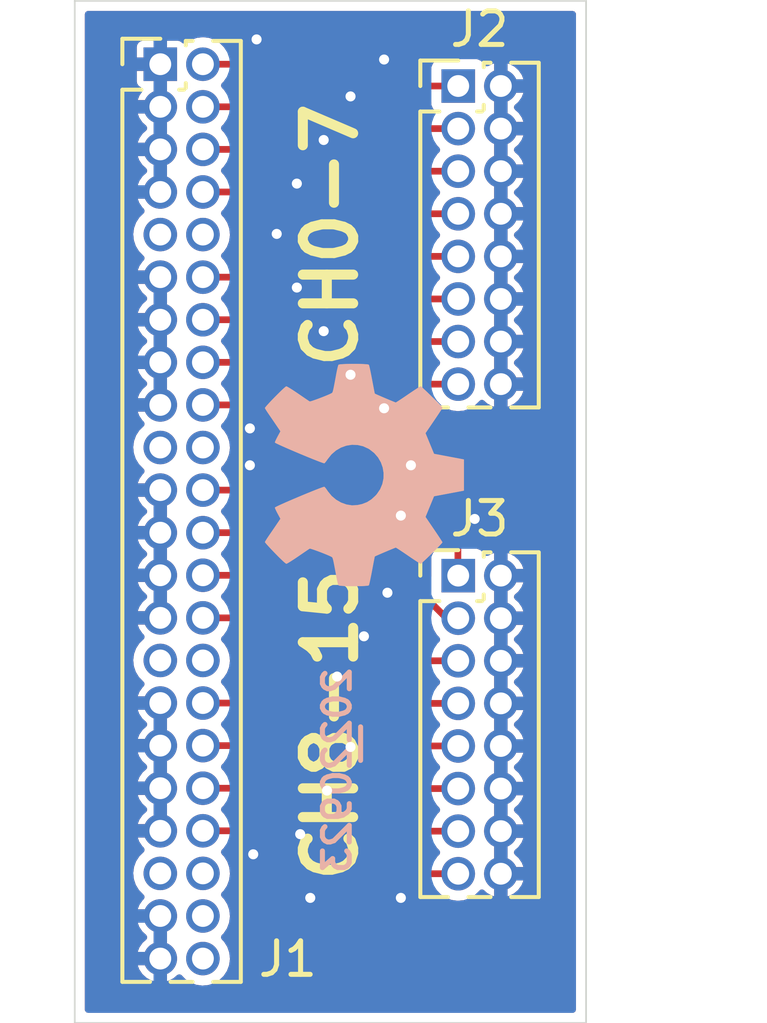
<source format=kicad_pcb>
(kicad_pcb (version 20211014) (generator pcbnew)
  (layers (0 "F.Cu" signal) (31 "B.Cu" signal) (34 "B.Paste" user) (35 "F.Paste" user) (36 "B.SilkS" user "B.Silkscreen") (37 "F.SilkS" user "F.Silkscreen") (38 "B.Mask" user) (39 "F.Mask" user) (44 "Edge.Cuts" user))
  (net 0 "")
  (net 1 "/CH00")
  (net 2 "GND")
  (net 3 "/CH01")
  (net 4 "/CH02")
  (net 5 "/CH03")
  (net 8 "/CH04")
  (net 9 "/CH05")
  (net 10 "/CH06")
  (net 12 "/CH07")
  (net 14 "/CH08")
  (net 15 "/CH09")
  (net 17 "/CH10")
  (net 18 "/CH11")
  (net 20 "/CH12")
  (net 22 "/CH13")
  (net 23 "/CH14")
  (net 24 "/CH15")
  (footprint "Connector_PinHeader_1.27mm:PinHeader_2x22_P1.27mm_Vertical" (layer "F.Cu") (at 160.03 71.74)
    (fp_text reference "J1" (at 3.8 26.685) (layer "F.SilkS"))
    (fp_text value "Conn_02x23_Odd_Even")
    (fp_line (start -1.13 27.365) (end -0.30753 27.365) (layer "F.SilkS") (width 0.12))
    (fp_line (start -1.13 0) (end -1.13 -0.76) (layer "F.SilkS") (width 0.12))
    (fp_line (start 0.563471 0.76) (end 0.706529 0.76) (layer "F.SilkS") (width 0.12))
    (fp_line (start 1.57753 27.365) (end 2.4 27.365) (layer "F.SilkS") (width 0.12))
    (fp_line (start 2.4 -0.695) (end 2.4 27.365) (layer "F.SilkS") (width 0.12))
    (fp_line (start -1.13 0.76) (end -1.13 27.365) (layer "F.SilkS") (width 0.12))
    (fp_line (start 0.30753 27.365) (end 0.96247 27.365) (layer "F.SilkS") (width 0.12))
    (fp_line (start 0.76 -0.695) (end 0.96247 -0.695) (layer "F.SilkS") (width 0.12))
    (fp_line (start -1.13 0.76) (end -0.563471 0.76) (layer "F.SilkS") (width 0.12))
    (fp_line (start -1.13 -0.76) (end 0 -0.76) (layer "F.SilkS") (width 0.12))
    (fp_line (start 0.76 -0.563471) (end 0.76 -0.695) (layer "F.SilkS") (width 0.12))
    (fp_line (start 1.57753 -0.695) (end 2.4 -0.695) (layer "F.SilkS") (width 0.12))
    (fp_line (start 0.76 0.706529) (end 0.76 0.563471) (layer "F.SilkS") (width 0.12))
    (pad "1" thru_hole rect (at 0 0) (size 1 1) (drill 0.65) (layers *.Cu *.Mask) (net 2 "GND"))
    (pad "2" thru_hole oval (at 1.27 0) (size 1 1) (drill 0.65) (layers *.Cu *.Mask) (net 1 "/CH00"))
    (pad "3" thru_hole oval (at 0 1.27) (size 1 1) (drill 0.65) (layers *.Cu *.Mask) (net 2 "GND"))
    (pad "4" thru_hole oval (at 1.27 1.27) (size 1 1) (drill 0.65) (layers *.Cu *.Mask) (net 3 "/CH01"))
    (pad "5" thru_hole oval (at 0 2.54) (size 1 1) (drill 0.65) (layers *.Cu *.Mask) (net 2 "GND"))
    (pad "6" thru_hole oval (at 1.27 2.54) (size 1 1) (drill 0.65) (layers *.Cu *.Mask) (net 4 "/CH02"))
    (pad "7" thru_hole oval (at 0 3.81) (size 1 1) (drill 0.65) (layers *.Cu *.Mask) (net 2 "GND"))
    (pad "8" thru_hole oval (at 1.27 3.81) (size 1 1) (drill 0.65) (layers *.Cu *.Mask) (net 5 "/CH03"))
    (pad "9" thru_hole oval (at 0 5.08) (size 1 1) (drill 0.65) (layers *.Cu *.Mask))
    (pad "10" thru_hole oval (at 1.27 5.08) (size 1 1) (drill 0.65) (layers *.Cu *.Mask))
    (pad "11" thru_hole oval (at 0 6.35) (size 1 1) (drill 0.65) (layers *.Cu *.Mask) (net 2 "GND"))
    (pad "12" thru_hole oval (at 1.27 6.35) (size 1 1) (drill 0.65) (layers *.Cu *.Mask) (net 8 "/CH04"))
    (pad "13" thru_hole oval (at 0 7.62) (size 1 1) (drill 0.65) (layers *.Cu *.Mask) (net 2 "GND"))
    (pad "14" thru_hole oval (at 1.27 7.62) (size 1 1) (drill 0.65) (layers *.Cu *.Mask) (net 9 "/CH05"))
    (pad "15" thru_hole oval (at 0 8.89) (size 1 1) (drill 0.65) (layers *.Cu *.Mask) (net 2 "GND"))
    (pad "16" thru_hole oval (at 1.27 8.89) (size 1 1) (drill 0.65) (layers *.Cu *.Mask) (net 10 "/CH06"))
    (pad "17" thru_hole oval (at 0 10.16) (size 1 1) (drill 0.65) (layers *.Cu *.Mask) (net 2 "GND"))
    (pad "18" thru_hole oval (at 1.27 10.16) (size 1 1) (drill 0.65) (layers *.Cu *.Mask) (net 12 "/CH07"))
    (pad "19" thru_hole oval (at 0 11.43) (size 1 1) (drill 0.65) (layers *.Cu *.Mask))
    (pad "20" thru_hole oval (at 1.27 11.43) (size 1 1) (drill 0.65) (layers *.Cu *.Mask))
    (pad "21" thru_hole oval (at 0 12.7) (size 1 1) (drill 0.65) (layers *.Cu *.Mask) (net 2 "GND"))
    (pad "22" thru_hole oval (at 1.27 12.7) (size 1 1) (drill 0.65) (layers *.Cu *.Mask) (net 14 "/CH08"))
    (pad "23" thru_hole oval (at 0 13.97) (size 1 1) (drill 0.65) (layers *.Cu *.Mask) (net 2 "GND"))
    (pad "24" thru_hole oval (at 1.27 13.97) (size 1 1) (drill 0.65) (layers *.Cu *.Mask) (net 15 "/CH09"))
    (pad "25" thru_hole oval (at 0 15.24) (size 1 1) (drill 0.65) (layers *.Cu *.Mask) (net 2 "GND"))
    (pad "26" thru_hole oval (at 1.27 15.24) (size 1 1) (drill 0.65) (layers *.Cu *.Mask) (net 17 "/CH10"))
    (pad "27" thru_hole oval (at 0 16.51) (size 1 1) (drill 0.65) (layers *.Cu *.Mask) (net 2 "GND"))
    (pad "28" thru_hole oval (at 1.27 16.51) (size 1 1) (drill 0.65) (layers *.Cu *.Mask) (net 18 "/CH11"))
    (pad "29" thru_hole oval (at 0 17.78) (size 1 1) (drill 0.65) (layers *.Cu *.Mask))
    (pad "30" thru_hole oval (at 1.27 17.78) (size 1 1) (drill 0.65) (layers *.Cu *.Mask))
    (pad "31" thru_hole oval (at 0 19.05) (size 1 1) (drill 0.65) (layers *.Cu *.Mask) (net 2 "GND"))
    (pad "32" thru_hole oval (at 1.27 19.05) (size 1 1) (drill 0.65) (layers *.Cu *.Mask) (net 20 "/CH12"))
    (pad "33" thru_hole oval (at 0 20.32) (size 1 1) (drill 0.65) (layers *.Cu *.Mask) (net 2 "GND"))
    (pad "34" thru_hole oval (at 1.27 20.32) (size 1 1) (drill 0.65) (layers *.Cu *.Mask) (net 22 "/CH13"))
    (pad "35" thru_hole oval (at 0 21.59) (size 1 1) (drill 0.65) (layers *.Cu *.Mask) (net 2 "GND"))
    (pad "36" thru_hole oval (at 1.27 21.59) (size 1 1) (drill 0.65) (layers *.Cu *.Mask) (net 23 "/CH14"))
    (pad "37" thru_hole oval (at 0 22.86) (size 1 1) (drill 0.65) (layers *.Cu *.Mask) (net 2 "GND"))
    (pad "38" thru_hole oval (at 1.27 22.86) (size 1 1) (drill 0.65) (layers *.Cu *.Mask) (net 24 "/CH15"))
    (pad "39" thru_hole oval (at 0 24.13) (size 1 1) (drill 0.65) (layers *.Cu *.Mask))
    (pad "40" thru_hole oval (at 1.27 24.13) (size 1 1) (drill 0.65) (layers *.Cu *.Mask))
    (pad "41" thru_hole oval (at 0 25.4) (size 1 1) (drill 0.65) (layers *.Cu *.Mask) (net 2 "GND"))
    (pad "42" thru_hole oval (at 1.27 25.4) (size 1 1) (drill 0.65) (layers *.Cu *.Mask))
    (pad "43" thru_hole oval (at 0 26.67) (size 1 1) (drill 0.65) (layers *.Cu *.Mask) (net 2 "GND"))
    (pad "44" thru_hole oval (at 1.27 26.67) (size 1 1) (drill 0.65) (layers *.Cu *.Mask))
  )
  (footprint "Connector_PinHeader_1.27mm:PinHeader_2x08_P1.27mm_Vertical" (layer "F.Cu") (at 168.91 72.39)
    (fp_text reference "J2" (at 0.635 -1.695) (layer "F.SilkS"))
    (fp_text value "Conn_02x08_Odd_Even")
    (fp_line (start 2.4 -0.695) (end 2.4 9.585) (layer "F.SilkS") (width 0.12))
    (fp_line (start -1.13 0) (end -1.13 -0.76) (layer "F.SilkS") (width 0.12))
    (fp_line (start 0.76 -0.695) (end 0.96247 -0.695) (layer "F.SilkS") (width 0.12))
    (fp_line (start 1.57753 9.585) (end 2.4 9.585) (layer "F.SilkS") (width 0.12))
    (fp_line (start 0.30753 9.585) (end 0.96247 9.585) (layer "F.SilkS") (width 0.12))
    (fp_line (start 0.563471 0.76) (end 0.706529 0.76) (layer "F.SilkS") (width 0.12))
    (fp_line (start -1.13 0.76) (end -0.563471 0.76) (layer "F.SilkS") (width 0.12))
    (fp_line (start -1.13 -0.76) (end 0 -0.76) (layer "F.SilkS") (width 0.12))
    (fp_line (start -1.13 0.76) (end -1.13 9.585) (layer "F.SilkS") (width 0.12))
    (fp_line (start -1.13 9.585) (end -0.30753 9.585) (layer "F.SilkS") (width 0.12))
    (fp_line (start 0.76 -0.563471) (end 0.76 -0.695) (layer "F.SilkS") (width 0.12))
    (fp_line (start 1.57753 -0.695) (end 2.4 -0.695) (layer "F.SilkS") (width 0.12))
    (fp_line (start 0.76 0.706529) (end 0.76 0.563471) (layer "F.SilkS") (width 0.12))
    (pad "1" thru_hole rect (at 0 0) (size 1 1) (drill 0.65) (layers *.Cu *.Mask) (net 1 "/CH00"))
    (pad "2" thru_hole oval (at 1.27 0) (size 1 1) (drill 0.65) (layers *.Cu *.Mask) (net 2 "GND"))
    (pad "3" thru_hole oval (at 0 1.27) (size 1 1) (drill 0.65) (layers *.Cu *.Mask) (net 3 "/CH01"))
    (pad "4" thru_hole oval (at 1.27 1.27) (size 1 1) (drill 0.65) (layers *.Cu *.Mask) (net 2 "GND"))
    (pad "5" thru_hole oval (at 0 2.54) (size 1 1) (drill 0.65) (layers *.Cu *.Mask) (net 4 "/CH02"))
    (pad "6" thru_hole oval (at 1.27 2.54) (size 1 1) (drill 0.65) (layers *.Cu *.Mask) (net 2 "GND"))
    (pad "7" thru_hole oval (at 0 3.81) (size 1 1) (drill 0.65) (layers *.Cu *.Mask) (net 5 "/CH03"))
    (pad "8" thru_hole oval (at 1.27 3.81) (size 1 1) (drill 0.65) (layers *.Cu *.Mask) (net 2 "GND"))
    (pad "9" thru_hole oval (at 0 5.08) (size 1 1) (drill 0.65) (layers *.Cu *.Mask) (net 8 "/CH04"))
    (pad "10" thru_hole oval (at 1.27 5.08) (size 1 1) (drill 0.65) (layers *.Cu *.Mask) (net 2 "GND"))
    (pad "11" thru_hole oval (at 0 6.35) (size 1 1) (drill 0.65) (layers *.Cu *.Mask) (net 9 "/CH05"))
    (pad "12" thru_hole oval (at 1.27 6.35) (size 1 1) (drill 0.65) (layers *.Cu *.Mask) (net 2 "GND"))
    (pad "13" thru_hole oval (at 0 7.62) (size 1 1) (drill 0.65) (layers *.Cu *.Mask) (net 10 "/CH06"))
    (pad "14" thru_hole oval (at 1.27 7.62) (size 1 1) (drill 0.65) (layers *.Cu *.Mask) (net 2 "GND"))
    (pad "15" thru_hole oval (at 0 8.89) (size 1 1) (drill 0.65) (layers *.Cu *.Mask) (net 12 "/CH07"))
    (pad "16" thru_hole oval (at 1.27 8.89) (size 1 1) (drill 0.65) (layers *.Cu *.Mask) (net 2 "GND"))
  )
  (footprint "Connector_PinHeader_1.27mm:PinHeader_2x08_P1.27mm_Vertical" (layer "F.Cu") (at 168.91 86.99)
    (fp_text reference "J3" (at 0.635 -1.695) (layer "F.SilkS"))
    (fp_text value "Conn_02x08_Odd_Even")
    (fp_line (start -1.13 -0.76) (end 0 -0.76) (layer "F.SilkS") (width 0.12))
    (fp_line (start -1.13 0.76) (end -1.13 9.585) (layer "F.SilkS") (width 0.12))
    (fp_line (start 1.57753 9.585) (end 2.4 9.585) (layer "F.SilkS") (width 0.12))
    (fp_line (start -1.13 9.585) (end -0.30753 9.585) (layer "F.SilkS") (width 0.12))
    (fp_line (start 0.76 -0.563471) (end 0.76 -0.695) (layer "F.SilkS") (width 0.12))
    (fp_line (start 0.563471 0.76) (end 0.706529 0.76) (layer "F.SilkS") (width 0.12))
    (fp_line (start 0.76 -0.695) (end 0.96247 -0.695) (layer "F.SilkS") (width 0.12))
    (fp_line (start 0.30753 9.585) (end 0.96247 9.585) (layer "F.SilkS") (width 0.12))
    (fp_line (start -1.13 0.76) (end -0.563471 0.76) (layer "F.SilkS") (width 0.12))
    (fp_line (start 1.57753 -0.695) (end 2.4 -0.695) (layer "F.SilkS") (width 0.12))
    (fp_line (start 2.4 -0.695) (end 2.4 9.585) (layer "F.SilkS") (width 0.12))
    (fp_line (start -1.13 0) (end -1.13 -0.76) (layer "F.SilkS") (width 0.12))
    (fp_line (start 0.76 0.706529) (end 0.76 0.563471) (layer "F.SilkS") (width 0.12))
    (pad "1" thru_hole rect (at 0 0) (size 1 1) (drill 0.65) (layers *.Cu *.Mask) (net 14 "/CH08"))
    (pad "2" thru_hole oval (at 1.27 0) (size 1 1) (drill 0.65) (layers *.Cu *.Mask) (net 2 "GND"))
    (pad "3" thru_hole oval (at 0 1.27) (size 1 1) (drill 0.65) (layers *.Cu *.Mask) (net 15 "/CH09"))
    (pad "4" thru_hole oval (at 1.27 1.27) (size 1 1) (drill 0.65) (layers *.Cu *.Mask) (net 2 "GND"))
    (pad "5" thru_hole oval (at 0 2.54) (size 1 1) (drill 0.65) (layers *.Cu *.Mask) (net 17 "/CH10"))
    (pad "6" thru_hole oval (at 1.27 2.54) (size 1 1) (drill 0.65) (layers *.Cu *.Mask) (net 2 "GND"))
    (pad "7" thru_hole oval (at 0 3.81) (size 1 1) (drill 0.65) (layers *.Cu *.Mask) (net 18 "/CH11"))
    (pad "8" thru_hole oval (at 1.27 3.81) (size 1 1) (drill 0.65) (layers *.Cu *.Mask) (net 2 "GND"))
    (pad "9" thru_hole oval (at 0 5.08) (size 1 1) (drill 0.65) (layers *.Cu *.Mask) (net 20 "/CH12"))
    (pad "10" thru_hole oval (at 1.27 5.08) (size 1 1) (drill 0.65) (layers *.Cu *.Mask) (net 2 "GND"))
    (pad "11" thru_hole oval (at 0 6.35) (size 1 1) (drill 0.65) (layers *.Cu *.Mask) (net 22 "/CH13"))
    (pad "12" thru_hole oval (at 1.27 6.35) (size 1 1) (drill 0.65) (layers *.Cu *.Mask) (net 2 "GND"))
    (pad "13" thru_hole oval (at 0 7.62) (size 1 1) (drill 0.65) (layers *.Cu *.Mask) (net 23 "/CH14"))
    (pad "14" thru_hole oval (at 1.27 7.62) (size 1 1) (drill 0.65) (layers *.Cu *.Mask) (net 2 "GND"))
    (pad "15" thru_hole oval (at 0 8.89) (size 1 1) (drill 0.65) (layers *.Cu *.Mask) (net 24 "/CH15"))
    (pad "16" thru_hole oval (at 1.27 8.89) (size 1 1) (drill 0.65) (layers *.Cu *.Mask) (net 2 "GND"))
  )
  (footprint "SquantorLabels:Label_Generic" (layer "B.Cu") (at 165.4 92 -90)
    (fp_text reference "N1" hide)
    (fp_text value "20220923" (at 0.8 0.1 90) (layer "B.SilkS") (effects (font (size 0.8 0.8)) (justify mirror)))
    (fp_line (start -0.5 -0.6) (end 0.5 -0.6) (layer "B.SilkS") (width 0.15))
  )
  (footprint "Symbol:OSHW-Symbol_6.7x6mm_SilkScreen" (layer "B.Cu") (at 166.1 84 90)
    (fp_text reference "N2" hide)
    (fp_text value "OHWLOGO" hide)
    (fp_poly (pts (xy 0.555814 2.531069) (xy 0.639635 2.086445) (xy 0.94892 1.958947) (xy 1.258206 1.831449) (xy 1.629246 2.083754) (xy 1.733157 2.154004) (xy 1.827087 2.216728) (xy 1.906652 2.269062) (xy 1.96747 2.308143) (xy 2.005157 2.331107) (xy 2.015421 2.336058) (xy 2.03391 2.323324) (xy 2.07342 2.288118) (xy 2.129522 2.234938) (xy 2.197787 2.168282) (xy 2.273786 2.092646) (xy 2.353092 2.012528) (xy 2.431275 1.932426) (xy 2.503907 1.856836) (xy 2.566559 1.790255) (xy 2.614803 1.737182) (xy 2.64421 1.702113) (xy 2.651241 1.690377) (xy 2.641123 1.66874) (xy 2.612759 1.621338) (xy 2.569129 1.552807) (xy 2.513218 1.467785) (xy 2.448006 1.370907) (xy 2.410219 1.31565) (xy 2.341343 1.214752) (xy 2.28014 1.123701) (xy 2.229578 1.04703) (xy 2.192628 0.989272) (xy 2.172258 0.954957) (xy 2.169197 0.947746) (xy 2.176136 0.927252) (xy 2.195051 0.879487) (xy 2.223087 0.811168) (xy 2.257391 0.729011) (xy 2.295109 0.63973) (xy 2.333387 0.550042) (xy 2.36937 0.466662) (xy 2.400206 0.396306) (xy 2.423039 0.34569) (xy 2.435017 0.321529) (xy 2.435724 0.320578) (xy 2.454531 0.315964) (xy 2.504618 0.305672) (xy 2.580793 0.290713) (xy 2.677865 0.272099) (xy 2.790643 0.250841) (xy 2.856442 0.238582) (xy 2.97695 0.215638) (xy 3.085797 0.193805) (xy 3.177476 0.174278) (xy 3.246481 0.158252) (xy 3.287304 0.146921) (xy 3.295511 0.143326) (xy 3.303548 0.118994) (xy 3.310033 0.064041) (xy 3.31497 -0.015108) (xy 3.318364 -0.112026) (xy 3.320218 -0.220287) (xy 3.320538 -0.333465) (xy 3.319327 -0.445135) (xy 3.31659 -0.548868) (xy 3.312331 -0.638241) (xy 3.306555 -0.706826) (xy 3.299267 -0.748197) (xy 3.294895 -0.75681) (xy 3.268764 -0.767133) (xy 3.213393 -0.781892) (xy 3.136107 -0.799352) (xy 3.04423 -0.81778) (xy 3.012158 -0.823741) (xy 2.857524 -0.852066) (xy 2.735375 -0.874876) (xy 2.641673 -0.89308) (xy 2.572384 -0.907583) (xy 2.523471 -0.919292) (xy 2.490897 -0.929115) (xy 2.470628 -0.937956) (xy 2.458626 -0.946724) (xy 2.456947 -0.948457) (xy 2.440184 -0.976371) (xy 2.414614 -1.030695) (xy 2.382788 -1.104777) (xy 2.34726 -1.191965) (xy 2.310583 -1.285608) (xy 2.275311 -1.379052) (xy 2.243996 -1.465647) (xy 2.219193 -1.53874) (xy 2.203454 -1.591678) (xy 2.199332 -1.617811) (xy 2.199676 -1.618726) (xy 2.213641 -1.640086) (xy 2.245322 -1.687084) (xy 2.291391 -1.754827) (xy 2.348518 -1.838423) (xy 2.413373 -1.932982) (xy 2.431843 -1.959854) (xy 2.497699 -2.057275) (xy 2.55565 -2.146163) (xy 2.602538 -2.221412) (xy 2.635207 -2.27792) (xy 2.6505 -2.310581) (xy 2.651241 -2.314593) (xy 2.638392 -2.335684) (xy 2.602888 -2.377464) (xy 2.549293 -2.435445) (xy 2.482171 -2.505135) (xy 2.406087 -2.582045) (xy 2.325604 -2.661683) (xy 2.245287 -2.739561) (xy 2.169699 -2.811186) (xy 2.103405 -2.87207) (xy 2.050969 -2.917721) (xy 2.016955 -2.94365) (xy 2.007545 -2.947883) (xy 1.985643 -2.937912) (xy 1.9408 -2.91102) (xy 1.880321 -2.871736) (xy 1.833789 -2.840117) (xy 1.749475 -2.782098) (xy 1.649626 -2.713784) (xy 1.549473 -2.645579) (xy 1.495627 -2.609075) (xy 1.313371 -2.4858) (xy 1.160381 -2.56852) (xy 1.090682 -2.604759) (xy 1.031414 -2.632926) (xy 0.991311 -2.648991) (xy 0.981103 -2.651226) (xy 0.968829 -2.634722) (xy 0.944613 -2.588082) (xy 0.910263 -2.515609) (xy 0.867588 -2.421606) (xy 0.818394 -2.310374) (xy 0.76449 -2.186215) (xy 0.707684 -2.053432) (xy 0.649782 -1.916327) (xy 0.592593 -1.779202) (xy 0.537924 -1.646358) (xy 0.487584 -1.522098) (xy 0.44338 -1.410725) (xy 0.407119 -1.316539) (xy 0.380609 -1.243844) (xy 0.365658 -1.196941) (xy 0.363254 -1.180833) (xy 0.382311 -1.160286) (xy 0.424036 -1.126933) (xy 0.479706 -1.087702) (xy 0.484378 -1.084599) (xy 0.628264 -0.969423) (xy 0.744283 -0.835053) (xy 0.83143 -0.685784) (xy 0.888699 -0.525913) (xy 0.915086 -0.359737) (xy 0.909585 -0.191552) (xy 0.87119 -0.025655) (xy 0.798895 0.133658) (xy 0.777626 0.168513) (xy 0.666996 0.309263) (xy 0.536302 0.422286) (xy 0.390064 0.506997) (xy 0.232808 0.562806) (xy 0.069057 0.589126) (xy -0.096667 0.58537) (xy -0.259838 0.55095) (xy -0.415935 0.485277) (xy -0.560433 0.387765) (xy -0.605131 0.348187) (xy -0.718888 0.224297) (xy -0.801782 0.093876) (xy -0.858644 -0.052315) (xy -0.890313 -0.197088) (xy -0.898131 -0.35986) (xy -0.872062 -0.52344) (xy -0.814755 -0.682298) (xy -0.728856 -0.830906) (xy -0.617014 -0.963735) (xy -0.481877 -1.075256) (xy -0.464117 -1.087011) (xy -0.40785 -1.125508) (xy -0.365077 -1.158863) (xy -0.344628 -1.18016) (xy -0.344331 -1.180833) (xy -0.348721 -1.203871) (xy -0.366124 -1.256157) (xy -0.394732 -1.33339) (xy -0.432735 -1.431268) (xy -0.478326 -1.545491) (xy -0.529697 -1.671758) (xy -0.585038 -1.805767) (xy -0.642542 -1.943218) (xy -0.700399 -2.079808) (xy -0.756802 -2.211237) (xy -0.809942 -2.333205) (xy -0.85801 -2.441409) (xy -0.899199 -2.531549) (xy -0.931699 -2.599323) (xy -0.953703 -2.64043) (xy -0.962564 -2.651226) (xy -0.98964 -2.642819) (xy -1.040303 -2.620272) (xy -1.105817 -2.587613) (xy -1.141841 -2.56852) (xy -1.294832 -2.4858) (xy -1.477088 -2.609075) (xy -1.570125 -2.672228) (xy -1.671985 -2.741727) (xy -1.767438 -2.807165) (xy -1.81525 -2.840117) (xy -1.882495 -2.885273) (xy -1.939436 -2.921057) (xy -1.978646 -2.942938) (xy -1.991381 -2.947563) (xy -2.009917 -2.935085) (xy -2.050941 -2.900252) (xy -2.110475 -2.846678) (xy -2.184542 -2.777983) (xy -2.269165 -2.697781) (xy -2.322685 -2.646286) (xy -2.416319 -2.554286) (xy -2.497241 -2.471999) (xy -2.562177 -2.402945) (xy -2.607858 -2.350644) (xy -2.631011 -2.318616) (xy -2.633232 -2.312116) (xy -2.622924 -2.287394) (xy -2.594439 -2.237405) (xy -2.550937 -2.167212) (xy -2.495577 -2.081875) (xy -2.43152 -1.986456) (xy -2.413303 -1.959854) (xy -2.346927 -1.863167) (xy -2.287378 -1.776117) (xy -2.237984 -1.703595) (xy -2.202075 -1.650493) (xy -2.182981 -1.621703) (xy -2.181136 -1.618726) (xy -2.183895 -1.595782) (xy -2.198538 -1.545336) (xy -2.222513 -1.474041) (xy -2.253266 -1.388547) (xy -2.288244 -1.295507) (xy -2.324893 -1.201574) (xy -2.360661 -1.113399) (xy -2.392994 -1.037634) (xy -2.419338 -0.980931) (xy -2.437142 -0.949943) (xy -2.438407 -0.948457) (xy -2.449294 -0.939601) (xy -2.467682 -0.930843) (xy -2.497606 -0.921277) (xy -2.543103 -0.909996) (xy -2.608209 -0.896093) (xy -2.696961 -0.878663) (xy -2.813393 -0.856798) (xy -2.961542 -0.829591) (xy -2.993618 -0.823741) (xy -3.088686 -0.805374) (xy -3.171565 -0.787405) (xy -3.23493 -0.771569) (xy -3.271458 -0.7596) (xy -3.276356 -0.75681) (xy -3.284427 -0.732072) (xy -3.290987 -0.67679) (xy -3.296033 -0.597389) (xy -3.299559 -0.500296) (xy -3.301561 -0.391938) (xy -3.302036 -0.27874) (xy -3.300977 -0.167128) (xy -3.298382 -0.063529) (xy -3.294246 0.025632) (xy -3.288563 0.093928) (xy -3.281331 0.134934) (xy -3.276971 0.143326) (xy -3.252698 0.151792) (xy -3.197426 0.165565) (xy -3.116662 0.18345) (xy -3.015912 0.204252) (xy -2.900683 0.226777) (xy -2.837902 0.238582) (xy -2.718787 0.260849) (xy -2.612565 0.281021) (xy -2.524427 0.298085) (xy -2.459566 0.311031) (xy -2.423174 0.318845) (xy -2.417184 0.320578) (xy -2.407061 0.34011) (xy -2.385662 0.387157) (xy -2.355839 0.454997) (xy -2.320445 0.536909) (xy -2.282332 0.626172) (xy -2.244353 0.716065) (xy -2.20936 0.799865) (xy -2.180206 0.870853) (xy -2.159743 0.922306) (xy -2.150823 0.947503) (xy -2.150657 0.948604) (xy -2.160769 0.968481) (xy -2.189117 1.014223) (xy -2.232723 1.081283) (xy -2.288606 1.165116) (xy -2.353787 1.261174) (xy -2.391679 1.31635) (xy -2.460725 1.417519) (xy -2.52205 1.50937) (xy -2.572663 1.587256) (xy -2.609571 1.646531) (xy -2.629782 1.682549) (xy -2.632701 1.690623) (xy -2.620153 1.709416) (xy -2.585463 1.749543) (xy -2.533063 1.806507) (xy -2.467384 1.875815) (xy -2.392856 1.952969) (xy -2.313913 2.033475) (xy -2.234983 2.112837) (xy -2.1605 2.18656) (xy -2.094894 2.250148) (xy -2.042596 2.299106) (xy -2.008039 2.328939) (xy -1.996478 2.336058) (xy -1.977654 2.326047) (xy -1.932631 2.297922) (xy -1.865787 2.254546) (xy -1.781499 2.198782) (xy -1.684144 2.133494) (xy -1.610707 2.083754) (xy -1.239667 1.831449) (xy -0.621095 2.086445) (xy -0.537275 2.531069) (xy -0.453454 2.975693) (xy 0.471994 2.975693) (xy 0.555814 2.531069)) (layer "B.SilkS") (width 0.01) (fill solid))
  )
  (gr_line (start 157.48 69.85) (end 172.72 69.85) (layer "Edge.Cuts") (width 0.05))
  (gr_line (start 172.72 100.33) (end 157.48 100.33) (layer "Edge.Cuts") (width 0.05))
  (gr_line (start 172.72 69.85) (end 172.72 100.33) (layer "Edge.Cuts") (width 0.05))
  (gr_line (start 157.48 100.33) (end 157.48 69.85) (layer "Edge.Cuts") (width 0.05))
  (gr_text "CH8-15" (at 165.1 91.44 90) (layer "F.SilkS") (effects (font (size 1.5 1.5) (thickness 0.3))))
  (gr_text "CH0-7" (at 165.1 76.835 90) (layer "F.SilkS") (effects (font (size 1.5 1.5) (thickness 0.3))))
  (segment (start 165.74 71.74) (end 166.39 72.39) (width 0.2) (layer "F.Cu") (net 1))
  (segment (start 161.3 71.74) (end 165.74 71.74) (width 0.2) (layer "F.Cu") (net 1))
  (segment (start 166.39 72.39) (end 168.91 72.39) (width 0.2) (layer "F.Cu") (net 1))
  (via (at 164.9 79.7) (size 0.6) (drill 0.3) (layers "F.Cu" "B.Cu") (net 2))
  (via (at 165.7 81) (size 0.6) (drill 0.3) (layers "F.Cu" "B.Cu") (net 2))
  (via (at 166.8 87.5) (size 0.6) (drill 0.3) (layers "F.Cu" "B.Cu") (net 2))
  (via (at 163.5 76.8) (size 0.6) (drill 0.3) (layers "F.Cu" "B.Cu") (net 2))
  (via (at 165.7 72.7) (size 0.6) (drill 0.3) (layers "F.Cu" "B.Cu") (net 2))
  (via (at 165.7 92.1) (size 0.6) (drill 0.3) (layers "F.Cu" "B.Cu") (net 2))
  (via (at 162.9 71) (size 0.6) (drill 0.3) (layers "F.Cu" "B.Cu") (net 2))
  (via (at 165 93.4) (size 0.6) (drill 0.3) (layers "F.Cu" "B.Cu") (net 2))
  (via (at 164.9 74) (size 0.6) (drill 0.3) (layers "F.Cu" "B.Cu") (net 2))
  (via (at 166.1 88.8) (size 0.6) (drill 0.3) (layers "F.Cu" "B.Cu") (net 2))
  (via (at 166.7 82) (size 0.6) (drill 0.3) (layers "F.Cu" "B.Cu") (net 2))
  (via (at 167.5 83.7) (size 0.6) (drill 0.3) (layers "F.Cu" "B.Cu") (net 2))
  (via (at 166.7 71.6) (size 0.6) (drill 0.3) (layers "F.Cu" "B.Cu") (net 2))
  (via (at 162.7 83.7) (size 0.6) (drill 0.3) (layers "F.Cu" "B.Cu") (net 2))
  (via (at 167.2 96.6) (size 0.6) (drill 0.3) (layers "F.Cu" "B.Cu") (net 2))
  (via (at 165.3 90) (size 0.6) (drill 0.3) (layers "F.Cu" "B.Cu") (net 2))
  (via (at 164.1 75.3) (size 0.6) (drill 0.3) (layers "F.Cu" "B.Cu") (net 2))
  (via (at 167.2 85.2) (size 0.6) (drill 0.3) (layers "F.Cu" "B.Cu") (net 2))
  (via (at 162.7 82.6) (size 0.6) (drill 0.3) (layers "F.Cu" "B.Cu") (net 2))
  (via (at 164.1 78.4) (size 0.6) (drill 0.3) (layers "F.Cu" "B.Cu") (net 2))
  (via (at 169.4 85.3) (size 0.6) (drill 0.3) (layers "F.Cu" "B.Cu") (net 2))
  (via (at 164.5 96.6) (size 0.6) (drill 0.3) (layers "F.Cu" "B.Cu") (net 2))
  (via (at 164.2 94.7) (size 0.6) (drill 0.3) (layers "F.Cu" "B.Cu") (net 2))
  (via (at 162.8 95.3) (size 0.6) (drill 0.3) (layers "F.Cu" "B.Cu") (net 2))
  (segment (start 161.3 73.01) (end 165.01 73.01) (width 0.2) (layer "F.Cu") (net 3))
  (segment (start 165.66 73.66) (end 168.91 73.66) (width 0.2) (layer "F.Cu") (net 3))
  (segment (start 165.01 73.01) (end 165.66 73.66) (width 0.2) (layer "F.Cu") (net 3))
  (segment (start 161.3 74.28) (end 164.08 74.28) (width 0.2) (layer "F.Cu") (net 4))
  (segment (start 164.73 74.93) (end 168.91 74.93) (width 0.2) (layer "F.Cu") (net 4))
  (segment (start 164.08 74.28) (end 164.73 74.93) (width 0.2) (layer "F.Cu") (net 4))
  (segment (start 161.3 75.55) (end 163.278125 75.55) (width 0.2) (layer "F.Cu") (net 5))
  (segment (start 163.278125 75.55) (end 163.928125 76.2) (width 0.2) (layer "F.Cu") (net 5))
  (segment (start 163.928125 76.2) (end 168.91 76.2) (width 0.2) (layer "F.Cu") (net 5))
  (segment (start 161.3 78.09) (end 163.31 78.09) (width 0.2) (layer "F.Cu") (net 8))
  (segment (start 163.31 78.09) (end 163.93 77.47) (width 0.2) (layer "F.Cu") (net 8))
  (segment (start 163.93 77.47) (end 168.91 77.47) (width 0.2) (layer "F.Cu") (net 8))
  (segment (start 164.14 79.36) (end 164.76 78.74) (width 0.2) (layer "F.Cu") (net 9))
  (segment (start 164.76 78.74) (end 168.91 78.74) (width 0.2) (layer "F.Cu") (net 9))
  (segment (start 161.3 79.36) (end 164.14 79.36) (width 0.2) (layer "F.Cu") (net 9))
  (segment (start 164.97 80.63) (end 165.59 80.01) (width 0.2) (layer "F.Cu") (net 10))
  (segment (start 161.3 80.63) (end 164.97 80.63) (width 0.2) (layer "F.Cu") (net 10))
  (segment (start 165.59 80.01) (end 168.91 80.01) (width 0.2) (layer "F.Cu") (net 10))
  (segment (start 165.81625 81.9) (end 166.43625 81.28) (width 0.2) (layer "F.Cu") (net 12))
  (segment (start 166.43625 81.28) (end 168.91 81.28) (width 0.2) (layer "F.Cu") (net 12))
  (segment (start 161.3 81.9) (end 165.81625 81.9) (width 0.2) (layer "F.Cu") (net 12))
  (segment (start 167.54 84.44) (end 168.9 85.8) (width 0.2) (layer "F.Cu") (net 14))
  (segment (start 161.3 84.44) (end 167.54 84.44) (width 0.2) (layer "F.Cu") (net 14))
  (segment (start 168.9 87) (end 168.91 86.99) (width 0.2) (layer "F.Cu") (net 14))
  (segment (start 168.9 85.8) (end 168.9 87) (width 0.2) (layer "F.Cu") (net 14))
  (segment (start 168.56 88.26) (end 168.91 88.26) (width 0.2) (layer "F.Cu") (net 15))
  (segment (start 166.01 85.71) (end 168.56 88.26) (width 0.2) (layer "F.Cu") (net 15))
  (segment (start 161.3 85.71) (end 166.01 85.71) (width 0.2) (layer "F.Cu") (net 15))
  (segment (start 167.83 89.53) (end 168.91 89.53) (width 0.2) (layer "F.Cu") (net 17))
  (segment (start 161.3 86.98) (end 165.28 86.98) (width 0.2) (layer "F.Cu") (net 17))
  (segment (start 165.28 86.98) (end 167.83 89.53) (width 0.2) (layer "F.Cu") (net 17))
  (segment (start 167.1 90.8) (end 168.91 90.8) (width 0.2) (layer "F.Cu") (net 18))
  (segment (start 164.55 88.25) (end 167.1 90.8) (width 0.2) (layer "F.Cu") (net 18))
  (segment (start 161.3 88.25) (end 164.55 88.25) (width 0.2) (layer "F.Cu") (net 18))
  (segment (start 165.39 90.79) (end 166.67 92.07) (width 0.2) (layer "F.Cu") (net 20))
  (segment (start 161.3 90.79) (end 165.39 90.79) (width 0.2) (layer "F.Cu") (net 20))
  (segment (start 166.67 92.07) (end 168.91 92.07) (width 0.2) (layer "F.Cu") (net 20))
  (segment (start 165.94 93.34) (end 168.91 93.34) (width 0.2) (layer "F.Cu") (net 22))
  (segment (start 164.66 92.06) (end 165.94 93.34) (width 0.2) (layer "F.Cu") (net 22))
  (segment (start 161.3 92.06) (end 164.66 92.06) (width 0.2) (layer "F.Cu") (net 22))
  (segment (start 165.21 94.61) (end 168.91 94.61) (width 0.2) (layer "F.Cu") (net 23))
  (segment (start 163.93 93.33) (end 165.21 94.61) (width 0.2) (layer "F.Cu") (net 23))
  (segment (start 161.3 93.33) (end 163.93 93.33) (width 0.2) (layer "F.Cu") (net 23))
  (segment (start 161.3 94.6) (end 163.1 94.6) (width 0.2) (layer "F.Cu") (net 24))
  (segment (start 164.38 95.88) (end 168.91 95.88) (width 0.2) (layer "F.Cu") (net 24))
  (segment (start 163.1 94.6) (end 164.38 95.88) (width 0.2) (layer "F.Cu") (net 24))
  (zone (net 2) (net_name "GND") (layers F&B.Cu) (connect_pads (clearance 0.3)) (min_thickness 0.2) (fill yes (thermal_gap 0.2) (thermal_bridge_width 0.4))
    (polygon (pts (xy 172.72 100.33) (xy 157.48 100.33) (xy 157.48 69.85) (xy 172.72 69.85)))
  )
)
</source>
